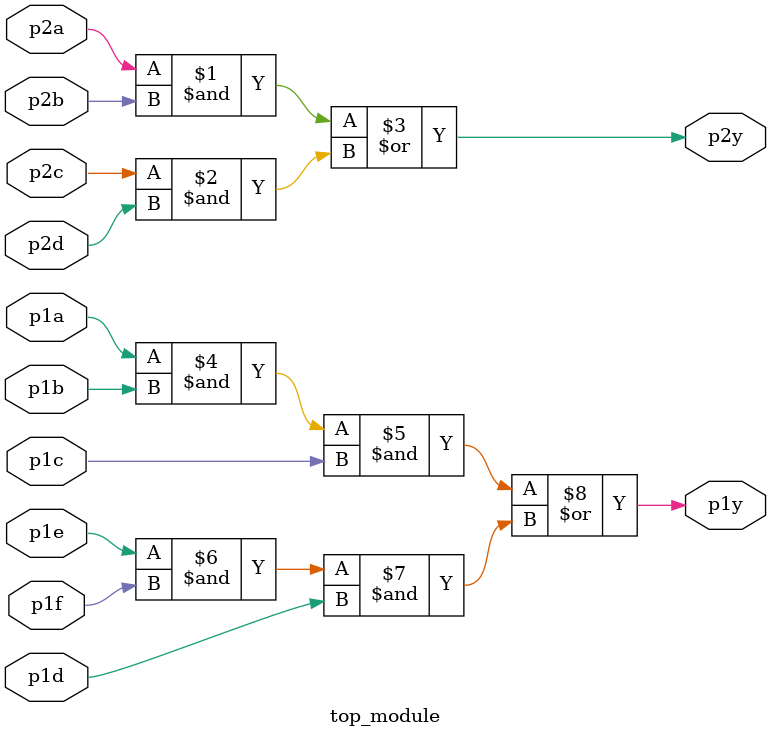
<source format=v>
module top_module ( 
    input p1a, p1b, p1c, p1d, p1e, p1f,
    output p1y,
    input p2a, p2b, p2c, p2d,
    output p2y );
    assign p2y=(p2a&p2b)|(p2c&p2d);
    assign p1y=(p1a&p1b&p1c)|(p1e&p1f&p1d);
    


endmodule

</source>
